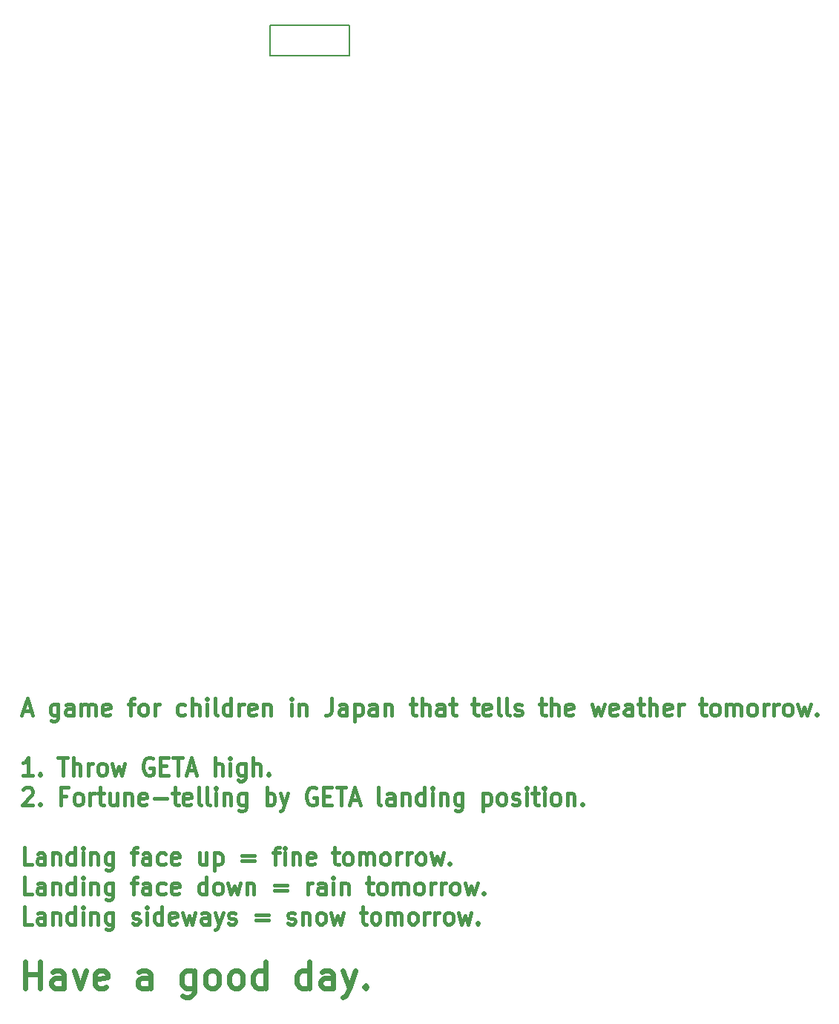
<source format=gbr>
G04 #@! TF.GenerationSoftware,KiCad,Pcbnew,(5.1.5)-3*
G04 #@! TF.CreationDate,2021-03-06T02:21:54+09:00*
G04 #@! TF.ProjectId,Getta25,47657474-6132-4352-9e6b-696361645f70,rev?*
G04 #@! TF.SameCoordinates,Original*
G04 #@! TF.FileFunction,Legend,Top*
G04 #@! TF.FilePolarity,Positive*
%FSLAX46Y46*%
G04 Gerber Fmt 4.6, Leading zero omitted, Abs format (unit mm)*
G04 Created by KiCad (PCBNEW (5.1.5)-3) date 2021-03-06 02:21:54*
%MOMM*%
%LPD*%
G04 APERTURE LIST*
%ADD10C,0.600000*%
%ADD11C,0.400000*%
%ADD12C,0.150000*%
G04 APERTURE END LIST*
D10*
X31071428Y-122607142D02*
X31071428Y-119607142D01*
X31071428Y-121035714D02*
X32785714Y-121035714D01*
X32785714Y-122607142D02*
X32785714Y-119607142D01*
X35500000Y-122607142D02*
X35500000Y-121035714D01*
X35357142Y-120750000D01*
X35071428Y-120607142D01*
X34500000Y-120607142D01*
X34214285Y-120750000D01*
X35500000Y-122464285D02*
X35214285Y-122607142D01*
X34500000Y-122607142D01*
X34214285Y-122464285D01*
X34071428Y-122178571D01*
X34071428Y-121892857D01*
X34214285Y-121607142D01*
X34500000Y-121464285D01*
X35214285Y-121464285D01*
X35500000Y-121321428D01*
X36642857Y-120607142D02*
X37357142Y-122607142D01*
X38071428Y-120607142D01*
X40357142Y-122464285D02*
X40071428Y-122607142D01*
X39500000Y-122607142D01*
X39214285Y-122464285D01*
X39071428Y-122178571D01*
X39071428Y-121035714D01*
X39214285Y-120750000D01*
X39500000Y-120607142D01*
X40071428Y-120607142D01*
X40357142Y-120750000D01*
X40500000Y-121035714D01*
X40500000Y-121321428D01*
X39071428Y-121607142D01*
X45357142Y-122607142D02*
X45357142Y-121035714D01*
X45214285Y-120750000D01*
X44928571Y-120607142D01*
X44357142Y-120607142D01*
X44071428Y-120750000D01*
X45357142Y-122464285D02*
X45071428Y-122607142D01*
X44357142Y-122607142D01*
X44071428Y-122464285D01*
X43928571Y-122178571D01*
X43928571Y-121892857D01*
X44071428Y-121607142D01*
X44357142Y-121464285D01*
X45071428Y-121464285D01*
X45357142Y-121321428D01*
X50357142Y-120607142D02*
X50357142Y-123035714D01*
X50214285Y-123321428D01*
X50071428Y-123464285D01*
X49785714Y-123607142D01*
X49357142Y-123607142D01*
X49071428Y-123464285D01*
X50357142Y-122464285D02*
X50071428Y-122607142D01*
X49500000Y-122607142D01*
X49214285Y-122464285D01*
X49071428Y-122321428D01*
X48928571Y-122035714D01*
X48928571Y-121178571D01*
X49071428Y-120892857D01*
X49214285Y-120750000D01*
X49500000Y-120607142D01*
X50071428Y-120607142D01*
X50357142Y-120750000D01*
X52214285Y-122607142D02*
X51928571Y-122464285D01*
X51785714Y-122321428D01*
X51642857Y-122035714D01*
X51642857Y-121178571D01*
X51785714Y-120892857D01*
X51928571Y-120750000D01*
X52214285Y-120607142D01*
X52642857Y-120607142D01*
X52928571Y-120750000D01*
X53071428Y-120892857D01*
X53214285Y-121178571D01*
X53214285Y-122035714D01*
X53071428Y-122321428D01*
X52928571Y-122464285D01*
X52642857Y-122607142D01*
X52214285Y-122607142D01*
X54928571Y-122607142D02*
X54642857Y-122464285D01*
X54500000Y-122321428D01*
X54357142Y-122035714D01*
X54357142Y-121178571D01*
X54500000Y-120892857D01*
X54642857Y-120750000D01*
X54928571Y-120607142D01*
X55357142Y-120607142D01*
X55642857Y-120750000D01*
X55785714Y-120892857D01*
X55928571Y-121178571D01*
X55928571Y-122035714D01*
X55785714Y-122321428D01*
X55642857Y-122464285D01*
X55357142Y-122607142D01*
X54928571Y-122607142D01*
X58500000Y-122607142D02*
X58500000Y-119607142D01*
X58500000Y-122464285D02*
X58214285Y-122607142D01*
X57642857Y-122607142D01*
X57357142Y-122464285D01*
X57214285Y-122321428D01*
X57071428Y-122035714D01*
X57071428Y-121178571D01*
X57214285Y-120892857D01*
X57357142Y-120750000D01*
X57642857Y-120607142D01*
X58214285Y-120607142D01*
X58500000Y-120750000D01*
X63499999Y-122607142D02*
X63499999Y-119607142D01*
X63499999Y-122464285D02*
X63214285Y-122607142D01*
X62642857Y-122607142D01*
X62357142Y-122464285D01*
X62214285Y-122321428D01*
X62071428Y-122035714D01*
X62071428Y-121178571D01*
X62214285Y-120892857D01*
X62357142Y-120750000D01*
X62642857Y-120607142D01*
X63214285Y-120607142D01*
X63499999Y-120750000D01*
X66214285Y-122607142D02*
X66214285Y-121035714D01*
X66071428Y-120750000D01*
X65785714Y-120607142D01*
X65214285Y-120607142D01*
X64928571Y-120750000D01*
X66214285Y-122464285D02*
X65928571Y-122607142D01*
X65214285Y-122607142D01*
X64928571Y-122464285D01*
X64785714Y-122178571D01*
X64785714Y-121892857D01*
X64928571Y-121607142D01*
X65214285Y-121464285D01*
X65928571Y-121464285D01*
X66214285Y-121321428D01*
X67357142Y-120607142D02*
X68071428Y-122607142D01*
X68785714Y-120607142D02*
X68071428Y-122607142D01*
X67785714Y-123321428D01*
X67642857Y-123464285D01*
X67357142Y-123607142D01*
X69928571Y-122321428D02*
X70071428Y-122464285D01*
X69928571Y-122607142D01*
X69785714Y-122464285D01*
X69928571Y-122321428D01*
X69928571Y-122607142D01*
D11*
X30871904Y-90933333D02*
X31776666Y-90933333D01*
X30690952Y-91504761D02*
X31324285Y-89504761D01*
X31957619Y-91504761D01*
X34852857Y-90171428D02*
X34852857Y-91790476D01*
X34762380Y-91980952D01*
X34671904Y-92076190D01*
X34490952Y-92171428D01*
X34219523Y-92171428D01*
X34038571Y-92076190D01*
X34852857Y-91409523D02*
X34671904Y-91504761D01*
X34310000Y-91504761D01*
X34129047Y-91409523D01*
X34038571Y-91314285D01*
X33948095Y-91123809D01*
X33948095Y-90552380D01*
X34038571Y-90361904D01*
X34129047Y-90266666D01*
X34310000Y-90171428D01*
X34671904Y-90171428D01*
X34852857Y-90266666D01*
X36571904Y-91504761D02*
X36571904Y-90457142D01*
X36481428Y-90266666D01*
X36300476Y-90171428D01*
X35938571Y-90171428D01*
X35757619Y-90266666D01*
X36571904Y-91409523D02*
X36390952Y-91504761D01*
X35938571Y-91504761D01*
X35757619Y-91409523D01*
X35667142Y-91219047D01*
X35667142Y-91028571D01*
X35757619Y-90838095D01*
X35938571Y-90742857D01*
X36390952Y-90742857D01*
X36571904Y-90647619D01*
X37476666Y-91504761D02*
X37476666Y-90171428D01*
X37476666Y-90361904D02*
X37567142Y-90266666D01*
X37748095Y-90171428D01*
X38019523Y-90171428D01*
X38200476Y-90266666D01*
X38290952Y-90457142D01*
X38290952Y-91504761D01*
X38290952Y-90457142D02*
X38381428Y-90266666D01*
X38562380Y-90171428D01*
X38833809Y-90171428D01*
X39014761Y-90266666D01*
X39105238Y-90457142D01*
X39105238Y-91504761D01*
X40733809Y-91409523D02*
X40552857Y-91504761D01*
X40190952Y-91504761D01*
X40010000Y-91409523D01*
X39919523Y-91219047D01*
X39919523Y-90457142D01*
X40010000Y-90266666D01*
X40190952Y-90171428D01*
X40552857Y-90171428D01*
X40733809Y-90266666D01*
X40824285Y-90457142D01*
X40824285Y-90647619D01*
X39919523Y-90838095D01*
X42814761Y-90171428D02*
X43538571Y-90171428D01*
X43086190Y-91504761D02*
X43086190Y-89790476D01*
X43176666Y-89600000D01*
X43357619Y-89504761D01*
X43538571Y-89504761D01*
X44443333Y-91504761D02*
X44262380Y-91409523D01*
X44171904Y-91314285D01*
X44081428Y-91123809D01*
X44081428Y-90552380D01*
X44171904Y-90361904D01*
X44262380Y-90266666D01*
X44443333Y-90171428D01*
X44714761Y-90171428D01*
X44895714Y-90266666D01*
X44986190Y-90361904D01*
X45076666Y-90552380D01*
X45076666Y-91123809D01*
X44986190Y-91314285D01*
X44895714Y-91409523D01*
X44714761Y-91504761D01*
X44443333Y-91504761D01*
X45890952Y-91504761D02*
X45890952Y-90171428D01*
X45890952Y-90552380D02*
X45981428Y-90361904D01*
X46071904Y-90266666D01*
X46252857Y-90171428D01*
X46433809Y-90171428D01*
X49329047Y-91409523D02*
X49148095Y-91504761D01*
X48786190Y-91504761D01*
X48605238Y-91409523D01*
X48514761Y-91314285D01*
X48424285Y-91123809D01*
X48424285Y-90552380D01*
X48514761Y-90361904D01*
X48605238Y-90266666D01*
X48786190Y-90171428D01*
X49148095Y-90171428D01*
X49329047Y-90266666D01*
X50143333Y-91504761D02*
X50143333Y-89504761D01*
X50957619Y-91504761D02*
X50957619Y-90457142D01*
X50867142Y-90266666D01*
X50686190Y-90171428D01*
X50414761Y-90171428D01*
X50233809Y-90266666D01*
X50143333Y-90361904D01*
X51862380Y-91504761D02*
X51862380Y-90171428D01*
X51862380Y-89504761D02*
X51771904Y-89600000D01*
X51862380Y-89695238D01*
X51952857Y-89600000D01*
X51862380Y-89504761D01*
X51862380Y-89695238D01*
X53038571Y-91504761D02*
X52857619Y-91409523D01*
X52767142Y-91219047D01*
X52767142Y-89504761D01*
X54576666Y-91504761D02*
X54576666Y-89504761D01*
X54576666Y-91409523D02*
X54395714Y-91504761D01*
X54033809Y-91504761D01*
X53852857Y-91409523D01*
X53762380Y-91314285D01*
X53671904Y-91123809D01*
X53671904Y-90552380D01*
X53762380Y-90361904D01*
X53852857Y-90266666D01*
X54033809Y-90171428D01*
X54395714Y-90171428D01*
X54576666Y-90266666D01*
X55481428Y-91504761D02*
X55481428Y-90171428D01*
X55481428Y-90552380D02*
X55571904Y-90361904D01*
X55662380Y-90266666D01*
X55843333Y-90171428D01*
X56024285Y-90171428D01*
X57381428Y-91409523D02*
X57200476Y-91504761D01*
X56838571Y-91504761D01*
X56657619Y-91409523D01*
X56567142Y-91219047D01*
X56567142Y-90457142D01*
X56657619Y-90266666D01*
X56838571Y-90171428D01*
X57200476Y-90171428D01*
X57381428Y-90266666D01*
X57471904Y-90457142D01*
X57471904Y-90647619D01*
X56567142Y-90838095D01*
X58286190Y-90171428D02*
X58286190Y-91504761D01*
X58286190Y-90361904D02*
X58376666Y-90266666D01*
X58557619Y-90171428D01*
X58829047Y-90171428D01*
X59010000Y-90266666D01*
X59100476Y-90457142D01*
X59100476Y-91504761D01*
X61452857Y-91504761D02*
X61452857Y-90171428D01*
X61452857Y-89504761D02*
X61362380Y-89600000D01*
X61452857Y-89695238D01*
X61543333Y-89600000D01*
X61452857Y-89504761D01*
X61452857Y-89695238D01*
X62357619Y-90171428D02*
X62357619Y-91504761D01*
X62357619Y-90361904D02*
X62448095Y-90266666D01*
X62629047Y-90171428D01*
X62900476Y-90171428D01*
X63081428Y-90266666D01*
X63171904Y-90457142D01*
X63171904Y-91504761D01*
X66067142Y-89504761D02*
X66067142Y-90933333D01*
X65976666Y-91219047D01*
X65795714Y-91409523D01*
X65524285Y-91504761D01*
X65343333Y-91504761D01*
X67786190Y-91504761D02*
X67786190Y-90457142D01*
X67695714Y-90266666D01*
X67514761Y-90171428D01*
X67152857Y-90171428D01*
X66971904Y-90266666D01*
X67786190Y-91409523D02*
X67605238Y-91504761D01*
X67152857Y-91504761D01*
X66971904Y-91409523D01*
X66881428Y-91219047D01*
X66881428Y-91028571D01*
X66971904Y-90838095D01*
X67152857Y-90742857D01*
X67605238Y-90742857D01*
X67786190Y-90647619D01*
X68690952Y-90171428D02*
X68690952Y-92171428D01*
X68690952Y-90266666D02*
X68871904Y-90171428D01*
X69233809Y-90171428D01*
X69414761Y-90266666D01*
X69505238Y-90361904D01*
X69595714Y-90552380D01*
X69595714Y-91123809D01*
X69505238Y-91314285D01*
X69414761Y-91409523D01*
X69233809Y-91504761D01*
X68871904Y-91504761D01*
X68690952Y-91409523D01*
X71224285Y-91504761D02*
X71224285Y-90457142D01*
X71133809Y-90266666D01*
X70952857Y-90171428D01*
X70590952Y-90171428D01*
X70410000Y-90266666D01*
X71224285Y-91409523D02*
X71043333Y-91504761D01*
X70590952Y-91504761D01*
X70410000Y-91409523D01*
X70319523Y-91219047D01*
X70319523Y-91028571D01*
X70410000Y-90838095D01*
X70590952Y-90742857D01*
X71043333Y-90742857D01*
X71224285Y-90647619D01*
X72129047Y-90171428D02*
X72129047Y-91504761D01*
X72129047Y-90361904D02*
X72219523Y-90266666D01*
X72400476Y-90171428D01*
X72671904Y-90171428D01*
X72852857Y-90266666D01*
X72943333Y-90457142D01*
X72943333Y-91504761D01*
X75024285Y-90171428D02*
X75748095Y-90171428D01*
X75295714Y-89504761D02*
X75295714Y-91219047D01*
X75386190Y-91409523D01*
X75567142Y-91504761D01*
X75748095Y-91504761D01*
X76381428Y-91504761D02*
X76381428Y-89504761D01*
X77195714Y-91504761D02*
X77195714Y-90457142D01*
X77105238Y-90266666D01*
X76924285Y-90171428D01*
X76652857Y-90171428D01*
X76471904Y-90266666D01*
X76381428Y-90361904D01*
X78914761Y-91504761D02*
X78914761Y-90457142D01*
X78824285Y-90266666D01*
X78643333Y-90171428D01*
X78281428Y-90171428D01*
X78100476Y-90266666D01*
X78914761Y-91409523D02*
X78733809Y-91504761D01*
X78281428Y-91504761D01*
X78100476Y-91409523D01*
X78010000Y-91219047D01*
X78010000Y-91028571D01*
X78100476Y-90838095D01*
X78281428Y-90742857D01*
X78733809Y-90742857D01*
X78914761Y-90647619D01*
X79548095Y-90171428D02*
X80271904Y-90171428D01*
X79819523Y-89504761D02*
X79819523Y-91219047D01*
X79910000Y-91409523D01*
X80090952Y-91504761D01*
X80271904Y-91504761D01*
X82081428Y-90171428D02*
X82805238Y-90171428D01*
X82352857Y-89504761D02*
X82352857Y-91219047D01*
X82443333Y-91409523D01*
X82624285Y-91504761D01*
X82805238Y-91504761D01*
X84162380Y-91409523D02*
X83981428Y-91504761D01*
X83619523Y-91504761D01*
X83438571Y-91409523D01*
X83348095Y-91219047D01*
X83348095Y-90457142D01*
X83438571Y-90266666D01*
X83619523Y-90171428D01*
X83981428Y-90171428D01*
X84162380Y-90266666D01*
X84252857Y-90457142D01*
X84252857Y-90647619D01*
X83348095Y-90838095D01*
X85338571Y-91504761D02*
X85157619Y-91409523D01*
X85067142Y-91219047D01*
X85067142Y-89504761D01*
X86333809Y-91504761D02*
X86152857Y-91409523D01*
X86062380Y-91219047D01*
X86062380Y-89504761D01*
X86967142Y-91409523D02*
X87148095Y-91504761D01*
X87509999Y-91504761D01*
X87690952Y-91409523D01*
X87781428Y-91219047D01*
X87781428Y-91123809D01*
X87690952Y-90933333D01*
X87509999Y-90838095D01*
X87238571Y-90838095D01*
X87057619Y-90742857D01*
X86967142Y-90552380D01*
X86967142Y-90457142D01*
X87057619Y-90266666D01*
X87238571Y-90171428D01*
X87509999Y-90171428D01*
X87690952Y-90266666D01*
X89771904Y-90171428D02*
X90495714Y-90171428D01*
X90043333Y-89504761D02*
X90043333Y-91219047D01*
X90133809Y-91409523D01*
X90314761Y-91504761D01*
X90495714Y-91504761D01*
X91129047Y-91504761D02*
X91129047Y-89504761D01*
X91943333Y-91504761D02*
X91943333Y-90457142D01*
X91852857Y-90266666D01*
X91671904Y-90171428D01*
X91400476Y-90171428D01*
X91219523Y-90266666D01*
X91129047Y-90361904D01*
X93571904Y-91409523D02*
X93390952Y-91504761D01*
X93029047Y-91504761D01*
X92848095Y-91409523D01*
X92757619Y-91219047D01*
X92757619Y-90457142D01*
X92848095Y-90266666D01*
X93029047Y-90171428D01*
X93390952Y-90171428D01*
X93571904Y-90266666D01*
X93662380Y-90457142D01*
X93662380Y-90647619D01*
X92757619Y-90838095D01*
X95743333Y-90171428D02*
X96105238Y-91504761D01*
X96467142Y-90552380D01*
X96829047Y-91504761D01*
X97190952Y-90171428D01*
X98638571Y-91409523D02*
X98457619Y-91504761D01*
X98095714Y-91504761D01*
X97914761Y-91409523D01*
X97824285Y-91219047D01*
X97824285Y-90457142D01*
X97914761Y-90266666D01*
X98095714Y-90171428D01*
X98457619Y-90171428D01*
X98638571Y-90266666D01*
X98729047Y-90457142D01*
X98729047Y-90647619D01*
X97824285Y-90838095D01*
X100357619Y-91504761D02*
X100357619Y-90457142D01*
X100267142Y-90266666D01*
X100086190Y-90171428D01*
X99724285Y-90171428D01*
X99543333Y-90266666D01*
X100357619Y-91409523D02*
X100176666Y-91504761D01*
X99724285Y-91504761D01*
X99543333Y-91409523D01*
X99452857Y-91219047D01*
X99452857Y-91028571D01*
X99543333Y-90838095D01*
X99724285Y-90742857D01*
X100176666Y-90742857D01*
X100357619Y-90647619D01*
X100990952Y-90171428D02*
X101714761Y-90171428D01*
X101262380Y-89504761D02*
X101262380Y-91219047D01*
X101352857Y-91409523D01*
X101533809Y-91504761D01*
X101714761Y-91504761D01*
X102348095Y-91504761D02*
X102348095Y-89504761D01*
X103162380Y-91504761D02*
X103162380Y-90457142D01*
X103071904Y-90266666D01*
X102890952Y-90171428D01*
X102619523Y-90171428D01*
X102438571Y-90266666D01*
X102348095Y-90361904D01*
X104790952Y-91409523D02*
X104609999Y-91504761D01*
X104248095Y-91504761D01*
X104067142Y-91409523D01*
X103976666Y-91219047D01*
X103976666Y-90457142D01*
X104067142Y-90266666D01*
X104248095Y-90171428D01*
X104609999Y-90171428D01*
X104790952Y-90266666D01*
X104881428Y-90457142D01*
X104881428Y-90647619D01*
X103976666Y-90838095D01*
X105695714Y-91504761D02*
X105695714Y-90171428D01*
X105695714Y-90552380D02*
X105786190Y-90361904D01*
X105876666Y-90266666D01*
X106057619Y-90171428D01*
X106238571Y-90171428D01*
X108048095Y-90171428D02*
X108771904Y-90171428D01*
X108319523Y-89504761D02*
X108319523Y-91219047D01*
X108409999Y-91409523D01*
X108590952Y-91504761D01*
X108771904Y-91504761D01*
X109676666Y-91504761D02*
X109495714Y-91409523D01*
X109405238Y-91314285D01*
X109314761Y-91123809D01*
X109314761Y-90552380D01*
X109405238Y-90361904D01*
X109495714Y-90266666D01*
X109676666Y-90171428D01*
X109948095Y-90171428D01*
X110129047Y-90266666D01*
X110219523Y-90361904D01*
X110309999Y-90552380D01*
X110309999Y-91123809D01*
X110219523Y-91314285D01*
X110129047Y-91409523D01*
X109948095Y-91504761D01*
X109676666Y-91504761D01*
X111124285Y-91504761D02*
X111124285Y-90171428D01*
X111124285Y-90361904D02*
X111214761Y-90266666D01*
X111395714Y-90171428D01*
X111667142Y-90171428D01*
X111848095Y-90266666D01*
X111938571Y-90457142D01*
X111938571Y-91504761D01*
X111938571Y-90457142D02*
X112029047Y-90266666D01*
X112209999Y-90171428D01*
X112481428Y-90171428D01*
X112662380Y-90266666D01*
X112752857Y-90457142D01*
X112752857Y-91504761D01*
X113929047Y-91504761D02*
X113748095Y-91409523D01*
X113657619Y-91314285D01*
X113567142Y-91123809D01*
X113567142Y-90552380D01*
X113657619Y-90361904D01*
X113748095Y-90266666D01*
X113929047Y-90171428D01*
X114200476Y-90171428D01*
X114381428Y-90266666D01*
X114471904Y-90361904D01*
X114562380Y-90552380D01*
X114562380Y-91123809D01*
X114471904Y-91314285D01*
X114381428Y-91409523D01*
X114200476Y-91504761D01*
X113929047Y-91504761D01*
X115376666Y-91504761D02*
X115376666Y-90171428D01*
X115376666Y-90552380D02*
X115467142Y-90361904D01*
X115557619Y-90266666D01*
X115738571Y-90171428D01*
X115919523Y-90171428D01*
X116552857Y-91504761D02*
X116552857Y-90171428D01*
X116552857Y-90552380D02*
X116643333Y-90361904D01*
X116733809Y-90266666D01*
X116914761Y-90171428D01*
X117095714Y-90171428D01*
X118000476Y-91504761D02*
X117819523Y-91409523D01*
X117729047Y-91314285D01*
X117638571Y-91123809D01*
X117638571Y-90552380D01*
X117729047Y-90361904D01*
X117819523Y-90266666D01*
X118000476Y-90171428D01*
X118271904Y-90171428D01*
X118452857Y-90266666D01*
X118543333Y-90361904D01*
X118633809Y-90552380D01*
X118633809Y-91123809D01*
X118543333Y-91314285D01*
X118452857Y-91409523D01*
X118271904Y-91504761D01*
X118000476Y-91504761D01*
X119267142Y-90171428D02*
X119629047Y-91504761D01*
X119990952Y-90552380D01*
X120352857Y-91504761D01*
X120714761Y-90171428D01*
X121438571Y-91314285D02*
X121529047Y-91409523D01*
X121438571Y-91504761D01*
X121348095Y-91409523D01*
X121438571Y-91314285D01*
X121438571Y-91504761D01*
X31957619Y-98304761D02*
X30871904Y-98304761D01*
X31414761Y-98304761D02*
X31414761Y-96304761D01*
X31233809Y-96590476D01*
X31052857Y-96780952D01*
X30871904Y-96876190D01*
X32771904Y-98114285D02*
X32862380Y-98209523D01*
X32771904Y-98304761D01*
X32681428Y-98209523D01*
X32771904Y-98114285D01*
X32771904Y-98304761D01*
X34852857Y-96304761D02*
X35938571Y-96304761D01*
X35395714Y-98304761D02*
X35395714Y-96304761D01*
X36571904Y-98304761D02*
X36571904Y-96304761D01*
X37386190Y-98304761D02*
X37386190Y-97257142D01*
X37295714Y-97066666D01*
X37114761Y-96971428D01*
X36843333Y-96971428D01*
X36662380Y-97066666D01*
X36571904Y-97161904D01*
X38290952Y-98304761D02*
X38290952Y-96971428D01*
X38290952Y-97352380D02*
X38381428Y-97161904D01*
X38471904Y-97066666D01*
X38652857Y-96971428D01*
X38833809Y-96971428D01*
X39738571Y-98304761D02*
X39557619Y-98209523D01*
X39467142Y-98114285D01*
X39376666Y-97923809D01*
X39376666Y-97352380D01*
X39467142Y-97161904D01*
X39557619Y-97066666D01*
X39738571Y-96971428D01*
X40010000Y-96971428D01*
X40190952Y-97066666D01*
X40281428Y-97161904D01*
X40371904Y-97352380D01*
X40371904Y-97923809D01*
X40281428Y-98114285D01*
X40190952Y-98209523D01*
X40010000Y-98304761D01*
X39738571Y-98304761D01*
X41005238Y-96971428D02*
X41367142Y-98304761D01*
X41729047Y-97352380D01*
X42090952Y-98304761D01*
X42452857Y-96971428D01*
X45619523Y-96400000D02*
X45438571Y-96304761D01*
X45167142Y-96304761D01*
X44895714Y-96400000D01*
X44714761Y-96590476D01*
X44624285Y-96780952D01*
X44533809Y-97161904D01*
X44533809Y-97447619D01*
X44624285Y-97828571D01*
X44714761Y-98019047D01*
X44895714Y-98209523D01*
X45167142Y-98304761D01*
X45348095Y-98304761D01*
X45619523Y-98209523D01*
X45710000Y-98114285D01*
X45710000Y-97447619D01*
X45348095Y-97447619D01*
X46524285Y-97257142D02*
X47157619Y-97257142D01*
X47429047Y-98304761D02*
X46524285Y-98304761D01*
X46524285Y-96304761D01*
X47429047Y-96304761D01*
X47971904Y-96304761D02*
X49057619Y-96304761D01*
X48514761Y-98304761D02*
X48514761Y-96304761D01*
X49600476Y-97733333D02*
X50505238Y-97733333D01*
X49419523Y-98304761D02*
X50052857Y-96304761D01*
X50686190Y-98304761D01*
X52767142Y-98304761D02*
X52767142Y-96304761D01*
X53581428Y-98304761D02*
X53581428Y-97257142D01*
X53490952Y-97066666D01*
X53310000Y-96971428D01*
X53038571Y-96971428D01*
X52857619Y-97066666D01*
X52767142Y-97161904D01*
X54486190Y-98304761D02*
X54486190Y-96971428D01*
X54486190Y-96304761D02*
X54395714Y-96400000D01*
X54486190Y-96495238D01*
X54576666Y-96400000D01*
X54486190Y-96304761D01*
X54486190Y-96495238D01*
X56205238Y-96971428D02*
X56205238Y-98590476D01*
X56114761Y-98780952D01*
X56024285Y-98876190D01*
X55843333Y-98971428D01*
X55571904Y-98971428D01*
X55390952Y-98876190D01*
X56205238Y-98209523D02*
X56024285Y-98304761D01*
X55662380Y-98304761D01*
X55481428Y-98209523D01*
X55390952Y-98114285D01*
X55300476Y-97923809D01*
X55300476Y-97352380D01*
X55390952Y-97161904D01*
X55481428Y-97066666D01*
X55662380Y-96971428D01*
X56024285Y-96971428D01*
X56205238Y-97066666D01*
X57110000Y-98304761D02*
X57110000Y-96304761D01*
X57924285Y-98304761D02*
X57924285Y-97257142D01*
X57833809Y-97066666D01*
X57652857Y-96971428D01*
X57381428Y-96971428D01*
X57200476Y-97066666D01*
X57110000Y-97161904D01*
X58829047Y-98114285D02*
X58919523Y-98209523D01*
X58829047Y-98304761D01*
X58738571Y-98209523D01*
X58829047Y-98114285D01*
X58829047Y-98304761D01*
X30871904Y-99895238D02*
X30962380Y-99800000D01*
X31143333Y-99704761D01*
X31595714Y-99704761D01*
X31776666Y-99800000D01*
X31867142Y-99895238D01*
X31957619Y-100085714D01*
X31957619Y-100276190D01*
X31867142Y-100561904D01*
X30781428Y-101704761D01*
X31957619Y-101704761D01*
X32771904Y-101514285D02*
X32862380Y-101609523D01*
X32771904Y-101704761D01*
X32681428Y-101609523D01*
X32771904Y-101514285D01*
X32771904Y-101704761D01*
X35757619Y-100657142D02*
X35124285Y-100657142D01*
X35124285Y-101704761D02*
X35124285Y-99704761D01*
X36029047Y-99704761D01*
X37024285Y-101704761D02*
X36843333Y-101609523D01*
X36752857Y-101514285D01*
X36662380Y-101323809D01*
X36662380Y-100752380D01*
X36752857Y-100561904D01*
X36843333Y-100466666D01*
X37024285Y-100371428D01*
X37295714Y-100371428D01*
X37476666Y-100466666D01*
X37567142Y-100561904D01*
X37657619Y-100752380D01*
X37657619Y-101323809D01*
X37567142Y-101514285D01*
X37476666Y-101609523D01*
X37295714Y-101704761D01*
X37024285Y-101704761D01*
X38471904Y-101704761D02*
X38471904Y-100371428D01*
X38471904Y-100752380D02*
X38562380Y-100561904D01*
X38652857Y-100466666D01*
X38833809Y-100371428D01*
X39014761Y-100371428D01*
X39376666Y-100371428D02*
X40100476Y-100371428D01*
X39648095Y-99704761D02*
X39648095Y-101419047D01*
X39738571Y-101609523D01*
X39919523Y-101704761D01*
X40100476Y-101704761D01*
X41548095Y-100371428D02*
X41548095Y-101704761D01*
X40733809Y-100371428D02*
X40733809Y-101419047D01*
X40824285Y-101609523D01*
X41005238Y-101704761D01*
X41276666Y-101704761D01*
X41457619Y-101609523D01*
X41548095Y-101514285D01*
X42452857Y-100371428D02*
X42452857Y-101704761D01*
X42452857Y-100561904D02*
X42543333Y-100466666D01*
X42724285Y-100371428D01*
X42995714Y-100371428D01*
X43176666Y-100466666D01*
X43267142Y-100657142D01*
X43267142Y-101704761D01*
X44895714Y-101609523D02*
X44714761Y-101704761D01*
X44352857Y-101704761D01*
X44171904Y-101609523D01*
X44081428Y-101419047D01*
X44081428Y-100657142D01*
X44171904Y-100466666D01*
X44352857Y-100371428D01*
X44714761Y-100371428D01*
X44895714Y-100466666D01*
X44986190Y-100657142D01*
X44986190Y-100847619D01*
X44081428Y-101038095D01*
X45800476Y-100942857D02*
X47248095Y-100942857D01*
X47881428Y-100371428D02*
X48605238Y-100371428D01*
X48152857Y-99704761D02*
X48152857Y-101419047D01*
X48243333Y-101609523D01*
X48424285Y-101704761D01*
X48605238Y-101704761D01*
X49962380Y-101609523D02*
X49781428Y-101704761D01*
X49419523Y-101704761D01*
X49238571Y-101609523D01*
X49148095Y-101419047D01*
X49148095Y-100657142D01*
X49238571Y-100466666D01*
X49419523Y-100371428D01*
X49781428Y-100371428D01*
X49962380Y-100466666D01*
X50052857Y-100657142D01*
X50052857Y-100847619D01*
X49148095Y-101038095D01*
X51138571Y-101704761D02*
X50957619Y-101609523D01*
X50867142Y-101419047D01*
X50867142Y-99704761D01*
X52133809Y-101704761D02*
X51952857Y-101609523D01*
X51862380Y-101419047D01*
X51862380Y-99704761D01*
X52857619Y-101704761D02*
X52857619Y-100371428D01*
X52857619Y-99704761D02*
X52767142Y-99800000D01*
X52857619Y-99895238D01*
X52948095Y-99800000D01*
X52857619Y-99704761D01*
X52857619Y-99895238D01*
X53762380Y-100371428D02*
X53762380Y-101704761D01*
X53762380Y-100561904D02*
X53852857Y-100466666D01*
X54033809Y-100371428D01*
X54305238Y-100371428D01*
X54486190Y-100466666D01*
X54576666Y-100657142D01*
X54576666Y-101704761D01*
X56295714Y-100371428D02*
X56295714Y-101990476D01*
X56205238Y-102180952D01*
X56114761Y-102276190D01*
X55933809Y-102371428D01*
X55662380Y-102371428D01*
X55481428Y-102276190D01*
X56295714Y-101609523D02*
X56114761Y-101704761D01*
X55752857Y-101704761D01*
X55571904Y-101609523D01*
X55481428Y-101514285D01*
X55390952Y-101323809D01*
X55390952Y-100752380D01*
X55481428Y-100561904D01*
X55571904Y-100466666D01*
X55752857Y-100371428D01*
X56114761Y-100371428D01*
X56295714Y-100466666D01*
X58648095Y-101704761D02*
X58648095Y-99704761D01*
X58648095Y-100466666D02*
X58829047Y-100371428D01*
X59190952Y-100371428D01*
X59371904Y-100466666D01*
X59462380Y-100561904D01*
X59552857Y-100752380D01*
X59552857Y-101323809D01*
X59462380Y-101514285D01*
X59371904Y-101609523D01*
X59190952Y-101704761D01*
X58829047Y-101704761D01*
X58648095Y-101609523D01*
X60186190Y-100371428D02*
X60638571Y-101704761D01*
X61090952Y-100371428D02*
X60638571Y-101704761D01*
X60457619Y-102180952D01*
X60367142Y-102276190D01*
X60186190Y-102371428D01*
X64257619Y-99800000D02*
X64076666Y-99704761D01*
X63805238Y-99704761D01*
X63533809Y-99800000D01*
X63352857Y-99990476D01*
X63262380Y-100180952D01*
X63171904Y-100561904D01*
X63171904Y-100847619D01*
X63262380Y-101228571D01*
X63352857Y-101419047D01*
X63533809Y-101609523D01*
X63805238Y-101704761D01*
X63986190Y-101704761D01*
X64257619Y-101609523D01*
X64348095Y-101514285D01*
X64348095Y-100847619D01*
X63986190Y-100847619D01*
X65162380Y-100657142D02*
X65795714Y-100657142D01*
X66067142Y-101704761D02*
X65162380Y-101704761D01*
X65162380Y-99704761D01*
X66067142Y-99704761D01*
X66610000Y-99704761D02*
X67695714Y-99704761D01*
X67152857Y-101704761D02*
X67152857Y-99704761D01*
X68238571Y-101133333D02*
X69143333Y-101133333D01*
X68057619Y-101704761D02*
X68690952Y-99704761D01*
X69324285Y-101704761D01*
X71676666Y-101704761D02*
X71495714Y-101609523D01*
X71405238Y-101419047D01*
X71405238Y-99704761D01*
X73214761Y-101704761D02*
X73214761Y-100657142D01*
X73124285Y-100466666D01*
X72943333Y-100371428D01*
X72581428Y-100371428D01*
X72400476Y-100466666D01*
X73214761Y-101609523D02*
X73033809Y-101704761D01*
X72581428Y-101704761D01*
X72400476Y-101609523D01*
X72310000Y-101419047D01*
X72310000Y-101228571D01*
X72400476Y-101038095D01*
X72581428Y-100942857D01*
X73033809Y-100942857D01*
X73214761Y-100847619D01*
X74119523Y-100371428D02*
X74119523Y-101704761D01*
X74119523Y-100561904D02*
X74210000Y-100466666D01*
X74390952Y-100371428D01*
X74662380Y-100371428D01*
X74843333Y-100466666D01*
X74933809Y-100657142D01*
X74933809Y-101704761D01*
X76652857Y-101704761D02*
X76652857Y-99704761D01*
X76652857Y-101609523D02*
X76471904Y-101704761D01*
X76110000Y-101704761D01*
X75929047Y-101609523D01*
X75838571Y-101514285D01*
X75748095Y-101323809D01*
X75748095Y-100752380D01*
X75838571Y-100561904D01*
X75929047Y-100466666D01*
X76110000Y-100371428D01*
X76471904Y-100371428D01*
X76652857Y-100466666D01*
X77557619Y-101704761D02*
X77557619Y-100371428D01*
X77557619Y-99704761D02*
X77467142Y-99800000D01*
X77557619Y-99895238D01*
X77648095Y-99800000D01*
X77557619Y-99704761D01*
X77557619Y-99895238D01*
X78462380Y-100371428D02*
X78462380Y-101704761D01*
X78462380Y-100561904D02*
X78552857Y-100466666D01*
X78733809Y-100371428D01*
X79005238Y-100371428D01*
X79186190Y-100466666D01*
X79276666Y-100657142D01*
X79276666Y-101704761D01*
X80995714Y-100371428D02*
X80995714Y-101990476D01*
X80905238Y-102180952D01*
X80814761Y-102276190D01*
X80633809Y-102371428D01*
X80362380Y-102371428D01*
X80181428Y-102276190D01*
X80995714Y-101609523D02*
X80814761Y-101704761D01*
X80452857Y-101704761D01*
X80271904Y-101609523D01*
X80181428Y-101514285D01*
X80090952Y-101323809D01*
X80090952Y-100752380D01*
X80181428Y-100561904D01*
X80271904Y-100466666D01*
X80452857Y-100371428D01*
X80814761Y-100371428D01*
X80995714Y-100466666D01*
X83348095Y-100371428D02*
X83348095Y-102371428D01*
X83348095Y-100466666D02*
X83529047Y-100371428D01*
X83890952Y-100371428D01*
X84071904Y-100466666D01*
X84162380Y-100561904D01*
X84252857Y-100752380D01*
X84252857Y-101323809D01*
X84162380Y-101514285D01*
X84071904Y-101609523D01*
X83890952Y-101704761D01*
X83529047Y-101704761D01*
X83348095Y-101609523D01*
X85338571Y-101704761D02*
X85157619Y-101609523D01*
X85067142Y-101514285D01*
X84976666Y-101323809D01*
X84976666Y-100752380D01*
X85067142Y-100561904D01*
X85157619Y-100466666D01*
X85338571Y-100371428D01*
X85610000Y-100371428D01*
X85790952Y-100466666D01*
X85881428Y-100561904D01*
X85971904Y-100752380D01*
X85971904Y-101323809D01*
X85881428Y-101514285D01*
X85790952Y-101609523D01*
X85610000Y-101704761D01*
X85338571Y-101704761D01*
X86695714Y-101609523D02*
X86876666Y-101704761D01*
X87238571Y-101704761D01*
X87419523Y-101609523D01*
X87510000Y-101419047D01*
X87510000Y-101323809D01*
X87419523Y-101133333D01*
X87238571Y-101038095D01*
X86967142Y-101038095D01*
X86786190Y-100942857D01*
X86695714Y-100752380D01*
X86695714Y-100657142D01*
X86786190Y-100466666D01*
X86967142Y-100371428D01*
X87238571Y-100371428D01*
X87419523Y-100466666D01*
X88324285Y-101704761D02*
X88324285Y-100371428D01*
X88324285Y-99704761D02*
X88233809Y-99800000D01*
X88324285Y-99895238D01*
X88414761Y-99800000D01*
X88324285Y-99704761D01*
X88324285Y-99895238D01*
X88957619Y-100371428D02*
X89681428Y-100371428D01*
X89229047Y-99704761D02*
X89229047Y-101419047D01*
X89319523Y-101609523D01*
X89500476Y-101704761D01*
X89681428Y-101704761D01*
X90314761Y-101704761D02*
X90314761Y-100371428D01*
X90314761Y-99704761D02*
X90224285Y-99800000D01*
X90314761Y-99895238D01*
X90405238Y-99800000D01*
X90314761Y-99704761D01*
X90314761Y-99895238D01*
X91490952Y-101704761D02*
X91309999Y-101609523D01*
X91219523Y-101514285D01*
X91129047Y-101323809D01*
X91129047Y-100752380D01*
X91219523Y-100561904D01*
X91309999Y-100466666D01*
X91490952Y-100371428D01*
X91762380Y-100371428D01*
X91943333Y-100466666D01*
X92033809Y-100561904D01*
X92124285Y-100752380D01*
X92124285Y-101323809D01*
X92033809Y-101514285D01*
X91943333Y-101609523D01*
X91762380Y-101704761D01*
X91490952Y-101704761D01*
X92938571Y-100371428D02*
X92938571Y-101704761D01*
X92938571Y-100561904D02*
X93029047Y-100466666D01*
X93209999Y-100371428D01*
X93481428Y-100371428D01*
X93662380Y-100466666D01*
X93752857Y-100657142D01*
X93752857Y-101704761D01*
X94657619Y-101514285D02*
X94748095Y-101609523D01*
X94657619Y-101704761D01*
X94567142Y-101609523D01*
X94657619Y-101514285D01*
X94657619Y-101704761D01*
X31867142Y-108504761D02*
X30962380Y-108504761D01*
X30962380Y-106504761D01*
X33314761Y-108504761D02*
X33314761Y-107457142D01*
X33224285Y-107266666D01*
X33043333Y-107171428D01*
X32681428Y-107171428D01*
X32500476Y-107266666D01*
X33314761Y-108409523D02*
X33133809Y-108504761D01*
X32681428Y-108504761D01*
X32500476Y-108409523D01*
X32410000Y-108219047D01*
X32410000Y-108028571D01*
X32500476Y-107838095D01*
X32681428Y-107742857D01*
X33133809Y-107742857D01*
X33314761Y-107647619D01*
X34219523Y-107171428D02*
X34219523Y-108504761D01*
X34219523Y-107361904D02*
X34310000Y-107266666D01*
X34490952Y-107171428D01*
X34762380Y-107171428D01*
X34943333Y-107266666D01*
X35033809Y-107457142D01*
X35033809Y-108504761D01*
X36752857Y-108504761D02*
X36752857Y-106504761D01*
X36752857Y-108409523D02*
X36571904Y-108504761D01*
X36210000Y-108504761D01*
X36029047Y-108409523D01*
X35938571Y-108314285D01*
X35848095Y-108123809D01*
X35848095Y-107552380D01*
X35938571Y-107361904D01*
X36029047Y-107266666D01*
X36210000Y-107171428D01*
X36571904Y-107171428D01*
X36752857Y-107266666D01*
X37657619Y-108504761D02*
X37657619Y-107171428D01*
X37657619Y-106504761D02*
X37567142Y-106600000D01*
X37657619Y-106695238D01*
X37748095Y-106600000D01*
X37657619Y-106504761D01*
X37657619Y-106695238D01*
X38562380Y-107171428D02*
X38562380Y-108504761D01*
X38562380Y-107361904D02*
X38652857Y-107266666D01*
X38833809Y-107171428D01*
X39105238Y-107171428D01*
X39286190Y-107266666D01*
X39376666Y-107457142D01*
X39376666Y-108504761D01*
X41095714Y-107171428D02*
X41095714Y-108790476D01*
X41005238Y-108980952D01*
X40914761Y-109076190D01*
X40733809Y-109171428D01*
X40462380Y-109171428D01*
X40281428Y-109076190D01*
X41095714Y-108409523D02*
X40914761Y-108504761D01*
X40552857Y-108504761D01*
X40371904Y-108409523D01*
X40281428Y-108314285D01*
X40190952Y-108123809D01*
X40190952Y-107552380D01*
X40281428Y-107361904D01*
X40371904Y-107266666D01*
X40552857Y-107171428D01*
X40914761Y-107171428D01*
X41095714Y-107266666D01*
X43176666Y-107171428D02*
X43900476Y-107171428D01*
X43448095Y-108504761D02*
X43448095Y-106790476D01*
X43538571Y-106600000D01*
X43719523Y-106504761D01*
X43900476Y-106504761D01*
X45348095Y-108504761D02*
X45348095Y-107457142D01*
X45257619Y-107266666D01*
X45076666Y-107171428D01*
X44714761Y-107171428D01*
X44533809Y-107266666D01*
X45348095Y-108409523D02*
X45167142Y-108504761D01*
X44714761Y-108504761D01*
X44533809Y-108409523D01*
X44443333Y-108219047D01*
X44443333Y-108028571D01*
X44533809Y-107838095D01*
X44714761Y-107742857D01*
X45167142Y-107742857D01*
X45348095Y-107647619D01*
X47067142Y-108409523D02*
X46886190Y-108504761D01*
X46524285Y-108504761D01*
X46343333Y-108409523D01*
X46252857Y-108314285D01*
X46162380Y-108123809D01*
X46162380Y-107552380D01*
X46252857Y-107361904D01*
X46343333Y-107266666D01*
X46524285Y-107171428D01*
X46886190Y-107171428D01*
X47067142Y-107266666D01*
X48605238Y-108409523D02*
X48424285Y-108504761D01*
X48062380Y-108504761D01*
X47881428Y-108409523D01*
X47790952Y-108219047D01*
X47790952Y-107457142D01*
X47881428Y-107266666D01*
X48062380Y-107171428D01*
X48424285Y-107171428D01*
X48605238Y-107266666D01*
X48695714Y-107457142D01*
X48695714Y-107647619D01*
X47790952Y-107838095D01*
X51771904Y-107171428D02*
X51771904Y-108504761D01*
X50957619Y-107171428D02*
X50957619Y-108219047D01*
X51048095Y-108409523D01*
X51229047Y-108504761D01*
X51500476Y-108504761D01*
X51681428Y-108409523D01*
X51771904Y-108314285D01*
X52676666Y-107171428D02*
X52676666Y-109171428D01*
X52676666Y-107266666D02*
X52857619Y-107171428D01*
X53219523Y-107171428D01*
X53400476Y-107266666D01*
X53490952Y-107361904D01*
X53581428Y-107552380D01*
X53581428Y-108123809D01*
X53490952Y-108314285D01*
X53400476Y-108409523D01*
X53219523Y-108504761D01*
X52857619Y-108504761D01*
X52676666Y-108409523D01*
X55843333Y-107457142D02*
X57290952Y-107457142D01*
X57290952Y-108028571D02*
X55843333Y-108028571D01*
X59371904Y-107171428D02*
X60095714Y-107171428D01*
X59643333Y-108504761D02*
X59643333Y-106790476D01*
X59733809Y-106600000D01*
X59914761Y-106504761D01*
X60095714Y-106504761D01*
X60729047Y-108504761D02*
X60729047Y-107171428D01*
X60729047Y-106504761D02*
X60638571Y-106600000D01*
X60729047Y-106695238D01*
X60819523Y-106600000D01*
X60729047Y-106504761D01*
X60729047Y-106695238D01*
X61633809Y-107171428D02*
X61633809Y-108504761D01*
X61633809Y-107361904D02*
X61724285Y-107266666D01*
X61905238Y-107171428D01*
X62176666Y-107171428D01*
X62357619Y-107266666D01*
X62448095Y-107457142D01*
X62448095Y-108504761D01*
X64076666Y-108409523D02*
X63895714Y-108504761D01*
X63533809Y-108504761D01*
X63352857Y-108409523D01*
X63262380Y-108219047D01*
X63262380Y-107457142D01*
X63352857Y-107266666D01*
X63533809Y-107171428D01*
X63895714Y-107171428D01*
X64076666Y-107266666D01*
X64167142Y-107457142D01*
X64167142Y-107647619D01*
X63262380Y-107838095D01*
X66157619Y-107171428D02*
X66881428Y-107171428D01*
X66429047Y-106504761D02*
X66429047Y-108219047D01*
X66519523Y-108409523D01*
X66700476Y-108504761D01*
X66881428Y-108504761D01*
X67786190Y-108504761D02*
X67605238Y-108409523D01*
X67514761Y-108314285D01*
X67424285Y-108123809D01*
X67424285Y-107552380D01*
X67514761Y-107361904D01*
X67605238Y-107266666D01*
X67786190Y-107171428D01*
X68057619Y-107171428D01*
X68238571Y-107266666D01*
X68329047Y-107361904D01*
X68419523Y-107552380D01*
X68419523Y-108123809D01*
X68329047Y-108314285D01*
X68238571Y-108409523D01*
X68057619Y-108504761D01*
X67786190Y-108504761D01*
X69233809Y-108504761D02*
X69233809Y-107171428D01*
X69233809Y-107361904D02*
X69324285Y-107266666D01*
X69505238Y-107171428D01*
X69776666Y-107171428D01*
X69957619Y-107266666D01*
X70048095Y-107457142D01*
X70048095Y-108504761D01*
X70048095Y-107457142D02*
X70138571Y-107266666D01*
X70319523Y-107171428D01*
X70590952Y-107171428D01*
X70771904Y-107266666D01*
X70862380Y-107457142D01*
X70862380Y-108504761D01*
X72038571Y-108504761D02*
X71857619Y-108409523D01*
X71767142Y-108314285D01*
X71676666Y-108123809D01*
X71676666Y-107552380D01*
X71767142Y-107361904D01*
X71857619Y-107266666D01*
X72038571Y-107171428D01*
X72310000Y-107171428D01*
X72490952Y-107266666D01*
X72581428Y-107361904D01*
X72671904Y-107552380D01*
X72671904Y-108123809D01*
X72581428Y-108314285D01*
X72490952Y-108409523D01*
X72310000Y-108504761D01*
X72038571Y-108504761D01*
X73486190Y-108504761D02*
X73486190Y-107171428D01*
X73486190Y-107552380D02*
X73576666Y-107361904D01*
X73667142Y-107266666D01*
X73848095Y-107171428D01*
X74029047Y-107171428D01*
X74662380Y-108504761D02*
X74662380Y-107171428D01*
X74662380Y-107552380D02*
X74752857Y-107361904D01*
X74843333Y-107266666D01*
X75024285Y-107171428D01*
X75205238Y-107171428D01*
X76110000Y-108504761D02*
X75929047Y-108409523D01*
X75838571Y-108314285D01*
X75748095Y-108123809D01*
X75748095Y-107552380D01*
X75838571Y-107361904D01*
X75929047Y-107266666D01*
X76110000Y-107171428D01*
X76381428Y-107171428D01*
X76562380Y-107266666D01*
X76652857Y-107361904D01*
X76743333Y-107552380D01*
X76743333Y-108123809D01*
X76652857Y-108314285D01*
X76562380Y-108409523D01*
X76381428Y-108504761D01*
X76110000Y-108504761D01*
X77376666Y-107171428D02*
X77738571Y-108504761D01*
X78100476Y-107552380D01*
X78462380Y-108504761D01*
X78824285Y-107171428D01*
X79548095Y-108314285D02*
X79638571Y-108409523D01*
X79548095Y-108504761D01*
X79457619Y-108409523D01*
X79548095Y-108314285D01*
X79548095Y-108504761D01*
X31867142Y-111904761D02*
X30962380Y-111904761D01*
X30962380Y-109904761D01*
X33314761Y-111904761D02*
X33314761Y-110857142D01*
X33224285Y-110666666D01*
X33043333Y-110571428D01*
X32681428Y-110571428D01*
X32500476Y-110666666D01*
X33314761Y-111809523D02*
X33133809Y-111904761D01*
X32681428Y-111904761D01*
X32500476Y-111809523D01*
X32410000Y-111619047D01*
X32410000Y-111428571D01*
X32500476Y-111238095D01*
X32681428Y-111142857D01*
X33133809Y-111142857D01*
X33314761Y-111047619D01*
X34219523Y-110571428D02*
X34219523Y-111904761D01*
X34219523Y-110761904D02*
X34310000Y-110666666D01*
X34490952Y-110571428D01*
X34762380Y-110571428D01*
X34943333Y-110666666D01*
X35033809Y-110857142D01*
X35033809Y-111904761D01*
X36752857Y-111904761D02*
X36752857Y-109904761D01*
X36752857Y-111809523D02*
X36571904Y-111904761D01*
X36210000Y-111904761D01*
X36029047Y-111809523D01*
X35938571Y-111714285D01*
X35848095Y-111523809D01*
X35848095Y-110952380D01*
X35938571Y-110761904D01*
X36029047Y-110666666D01*
X36210000Y-110571428D01*
X36571904Y-110571428D01*
X36752857Y-110666666D01*
X37657619Y-111904761D02*
X37657619Y-110571428D01*
X37657619Y-109904761D02*
X37567142Y-110000000D01*
X37657619Y-110095238D01*
X37748095Y-110000000D01*
X37657619Y-109904761D01*
X37657619Y-110095238D01*
X38562380Y-110571428D02*
X38562380Y-111904761D01*
X38562380Y-110761904D02*
X38652857Y-110666666D01*
X38833809Y-110571428D01*
X39105238Y-110571428D01*
X39286190Y-110666666D01*
X39376666Y-110857142D01*
X39376666Y-111904761D01*
X41095714Y-110571428D02*
X41095714Y-112190476D01*
X41005238Y-112380952D01*
X40914761Y-112476190D01*
X40733809Y-112571428D01*
X40462380Y-112571428D01*
X40281428Y-112476190D01*
X41095714Y-111809523D02*
X40914761Y-111904761D01*
X40552857Y-111904761D01*
X40371904Y-111809523D01*
X40281428Y-111714285D01*
X40190952Y-111523809D01*
X40190952Y-110952380D01*
X40281428Y-110761904D01*
X40371904Y-110666666D01*
X40552857Y-110571428D01*
X40914761Y-110571428D01*
X41095714Y-110666666D01*
X43176666Y-110571428D02*
X43900476Y-110571428D01*
X43448095Y-111904761D02*
X43448095Y-110190476D01*
X43538571Y-110000000D01*
X43719523Y-109904761D01*
X43900476Y-109904761D01*
X45348095Y-111904761D02*
X45348095Y-110857142D01*
X45257619Y-110666666D01*
X45076666Y-110571428D01*
X44714761Y-110571428D01*
X44533809Y-110666666D01*
X45348095Y-111809523D02*
X45167142Y-111904761D01*
X44714761Y-111904761D01*
X44533809Y-111809523D01*
X44443333Y-111619047D01*
X44443333Y-111428571D01*
X44533809Y-111238095D01*
X44714761Y-111142857D01*
X45167142Y-111142857D01*
X45348095Y-111047619D01*
X47067142Y-111809523D02*
X46886190Y-111904761D01*
X46524285Y-111904761D01*
X46343333Y-111809523D01*
X46252857Y-111714285D01*
X46162380Y-111523809D01*
X46162380Y-110952380D01*
X46252857Y-110761904D01*
X46343333Y-110666666D01*
X46524285Y-110571428D01*
X46886190Y-110571428D01*
X47067142Y-110666666D01*
X48605238Y-111809523D02*
X48424285Y-111904761D01*
X48062380Y-111904761D01*
X47881428Y-111809523D01*
X47790952Y-111619047D01*
X47790952Y-110857142D01*
X47881428Y-110666666D01*
X48062380Y-110571428D01*
X48424285Y-110571428D01*
X48605238Y-110666666D01*
X48695714Y-110857142D01*
X48695714Y-111047619D01*
X47790952Y-111238095D01*
X51771904Y-111904761D02*
X51771904Y-109904761D01*
X51771904Y-111809523D02*
X51590952Y-111904761D01*
X51229047Y-111904761D01*
X51048095Y-111809523D01*
X50957619Y-111714285D01*
X50867142Y-111523809D01*
X50867142Y-110952380D01*
X50957619Y-110761904D01*
X51048095Y-110666666D01*
X51229047Y-110571428D01*
X51590952Y-110571428D01*
X51771904Y-110666666D01*
X52948095Y-111904761D02*
X52767142Y-111809523D01*
X52676666Y-111714285D01*
X52586190Y-111523809D01*
X52586190Y-110952380D01*
X52676666Y-110761904D01*
X52767142Y-110666666D01*
X52948095Y-110571428D01*
X53219523Y-110571428D01*
X53400476Y-110666666D01*
X53490952Y-110761904D01*
X53581428Y-110952380D01*
X53581428Y-111523809D01*
X53490952Y-111714285D01*
X53400476Y-111809523D01*
X53219523Y-111904761D01*
X52948095Y-111904761D01*
X54214761Y-110571428D02*
X54576666Y-111904761D01*
X54938571Y-110952380D01*
X55300476Y-111904761D01*
X55662380Y-110571428D01*
X56386190Y-110571428D02*
X56386190Y-111904761D01*
X56386190Y-110761904D02*
X56476666Y-110666666D01*
X56657619Y-110571428D01*
X56929047Y-110571428D01*
X57110000Y-110666666D01*
X57200476Y-110857142D01*
X57200476Y-111904761D01*
X59552857Y-110857142D02*
X61000476Y-110857142D01*
X61000476Y-111428571D02*
X59552857Y-111428571D01*
X63352857Y-111904761D02*
X63352857Y-110571428D01*
X63352857Y-110952380D02*
X63443333Y-110761904D01*
X63533809Y-110666666D01*
X63714761Y-110571428D01*
X63895714Y-110571428D01*
X65343333Y-111904761D02*
X65343333Y-110857142D01*
X65252857Y-110666666D01*
X65071904Y-110571428D01*
X64710000Y-110571428D01*
X64529047Y-110666666D01*
X65343333Y-111809523D02*
X65162380Y-111904761D01*
X64710000Y-111904761D01*
X64529047Y-111809523D01*
X64438571Y-111619047D01*
X64438571Y-111428571D01*
X64529047Y-111238095D01*
X64710000Y-111142857D01*
X65162380Y-111142857D01*
X65343333Y-111047619D01*
X66248095Y-111904761D02*
X66248095Y-110571428D01*
X66248095Y-109904761D02*
X66157619Y-110000000D01*
X66248095Y-110095238D01*
X66338571Y-110000000D01*
X66248095Y-109904761D01*
X66248095Y-110095238D01*
X67152857Y-110571428D02*
X67152857Y-111904761D01*
X67152857Y-110761904D02*
X67243333Y-110666666D01*
X67424285Y-110571428D01*
X67695714Y-110571428D01*
X67876666Y-110666666D01*
X67967142Y-110857142D01*
X67967142Y-111904761D01*
X70048095Y-110571428D02*
X70771904Y-110571428D01*
X70319523Y-109904761D02*
X70319523Y-111619047D01*
X70410000Y-111809523D01*
X70590952Y-111904761D01*
X70771904Y-111904761D01*
X71676666Y-111904761D02*
X71495714Y-111809523D01*
X71405238Y-111714285D01*
X71314761Y-111523809D01*
X71314761Y-110952380D01*
X71405238Y-110761904D01*
X71495714Y-110666666D01*
X71676666Y-110571428D01*
X71948095Y-110571428D01*
X72129047Y-110666666D01*
X72219523Y-110761904D01*
X72310000Y-110952380D01*
X72310000Y-111523809D01*
X72219523Y-111714285D01*
X72129047Y-111809523D01*
X71948095Y-111904761D01*
X71676666Y-111904761D01*
X73124285Y-111904761D02*
X73124285Y-110571428D01*
X73124285Y-110761904D02*
X73214761Y-110666666D01*
X73395714Y-110571428D01*
X73667142Y-110571428D01*
X73848095Y-110666666D01*
X73938571Y-110857142D01*
X73938571Y-111904761D01*
X73938571Y-110857142D02*
X74029047Y-110666666D01*
X74210000Y-110571428D01*
X74481428Y-110571428D01*
X74662380Y-110666666D01*
X74752857Y-110857142D01*
X74752857Y-111904761D01*
X75929047Y-111904761D02*
X75748095Y-111809523D01*
X75657619Y-111714285D01*
X75567142Y-111523809D01*
X75567142Y-110952380D01*
X75657619Y-110761904D01*
X75748095Y-110666666D01*
X75929047Y-110571428D01*
X76200476Y-110571428D01*
X76381428Y-110666666D01*
X76471904Y-110761904D01*
X76562380Y-110952380D01*
X76562380Y-111523809D01*
X76471904Y-111714285D01*
X76381428Y-111809523D01*
X76200476Y-111904761D01*
X75929047Y-111904761D01*
X77376666Y-111904761D02*
X77376666Y-110571428D01*
X77376666Y-110952380D02*
X77467142Y-110761904D01*
X77557619Y-110666666D01*
X77738571Y-110571428D01*
X77919523Y-110571428D01*
X78552857Y-111904761D02*
X78552857Y-110571428D01*
X78552857Y-110952380D02*
X78643333Y-110761904D01*
X78733809Y-110666666D01*
X78914761Y-110571428D01*
X79095714Y-110571428D01*
X80000476Y-111904761D02*
X79819523Y-111809523D01*
X79729047Y-111714285D01*
X79638571Y-111523809D01*
X79638571Y-110952380D01*
X79729047Y-110761904D01*
X79819523Y-110666666D01*
X80000476Y-110571428D01*
X80271904Y-110571428D01*
X80452857Y-110666666D01*
X80543333Y-110761904D01*
X80633809Y-110952380D01*
X80633809Y-111523809D01*
X80543333Y-111714285D01*
X80452857Y-111809523D01*
X80271904Y-111904761D01*
X80000476Y-111904761D01*
X81267142Y-110571428D02*
X81629047Y-111904761D01*
X81990952Y-110952380D01*
X82352857Y-111904761D01*
X82714761Y-110571428D01*
X83438571Y-111714285D02*
X83529047Y-111809523D01*
X83438571Y-111904761D01*
X83348095Y-111809523D01*
X83438571Y-111714285D01*
X83438571Y-111904761D01*
X31867142Y-115304761D02*
X30962380Y-115304761D01*
X30962380Y-113304761D01*
X33314761Y-115304761D02*
X33314761Y-114257142D01*
X33224285Y-114066666D01*
X33043333Y-113971428D01*
X32681428Y-113971428D01*
X32500476Y-114066666D01*
X33314761Y-115209523D02*
X33133809Y-115304761D01*
X32681428Y-115304761D01*
X32500476Y-115209523D01*
X32410000Y-115019047D01*
X32410000Y-114828571D01*
X32500476Y-114638095D01*
X32681428Y-114542857D01*
X33133809Y-114542857D01*
X33314761Y-114447619D01*
X34219523Y-113971428D02*
X34219523Y-115304761D01*
X34219523Y-114161904D02*
X34310000Y-114066666D01*
X34490952Y-113971428D01*
X34762380Y-113971428D01*
X34943333Y-114066666D01*
X35033809Y-114257142D01*
X35033809Y-115304761D01*
X36752857Y-115304761D02*
X36752857Y-113304761D01*
X36752857Y-115209523D02*
X36571904Y-115304761D01*
X36210000Y-115304761D01*
X36029047Y-115209523D01*
X35938571Y-115114285D01*
X35848095Y-114923809D01*
X35848095Y-114352380D01*
X35938571Y-114161904D01*
X36029047Y-114066666D01*
X36210000Y-113971428D01*
X36571904Y-113971428D01*
X36752857Y-114066666D01*
X37657619Y-115304761D02*
X37657619Y-113971428D01*
X37657619Y-113304761D02*
X37567142Y-113400000D01*
X37657619Y-113495238D01*
X37748095Y-113400000D01*
X37657619Y-113304761D01*
X37657619Y-113495238D01*
X38562380Y-113971428D02*
X38562380Y-115304761D01*
X38562380Y-114161904D02*
X38652857Y-114066666D01*
X38833809Y-113971428D01*
X39105238Y-113971428D01*
X39286190Y-114066666D01*
X39376666Y-114257142D01*
X39376666Y-115304761D01*
X41095714Y-113971428D02*
X41095714Y-115590476D01*
X41005238Y-115780952D01*
X40914761Y-115876190D01*
X40733809Y-115971428D01*
X40462380Y-115971428D01*
X40281428Y-115876190D01*
X41095714Y-115209523D02*
X40914761Y-115304761D01*
X40552857Y-115304761D01*
X40371904Y-115209523D01*
X40281428Y-115114285D01*
X40190952Y-114923809D01*
X40190952Y-114352380D01*
X40281428Y-114161904D01*
X40371904Y-114066666D01*
X40552857Y-113971428D01*
X40914761Y-113971428D01*
X41095714Y-114066666D01*
X43357619Y-115209523D02*
X43538571Y-115304761D01*
X43900476Y-115304761D01*
X44081428Y-115209523D01*
X44171904Y-115019047D01*
X44171904Y-114923809D01*
X44081428Y-114733333D01*
X43900476Y-114638095D01*
X43629047Y-114638095D01*
X43448095Y-114542857D01*
X43357619Y-114352380D01*
X43357619Y-114257142D01*
X43448095Y-114066666D01*
X43629047Y-113971428D01*
X43900476Y-113971428D01*
X44081428Y-114066666D01*
X44986190Y-115304761D02*
X44986190Y-113971428D01*
X44986190Y-113304761D02*
X44895714Y-113400000D01*
X44986190Y-113495238D01*
X45076666Y-113400000D01*
X44986190Y-113304761D01*
X44986190Y-113495238D01*
X46705238Y-115304761D02*
X46705238Y-113304761D01*
X46705238Y-115209523D02*
X46524285Y-115304761D01*
X46162380Y-115304761D01*
X45981428Y-115209523D01*
X45890952Y-115114285D01*
X45800476Y-114923809D01*
X45800476Y-114352380D01*
X45890952Y-114161904D01*
X45981428Y-114066666D01*
X46162380Y-113971428D01*
X46524285Y-113971428D01*
X46705238Y-114066666D01*
X48333809Y-115209523D02*
X48152857Y-115304761D01*
X47790952Y-115304761D01*
X47610000Y-115209523D01*
X47519523Y-115019047D01*
X47519523Y-114257142D01*
X47610000Y-114066666D01*
X47790952Y-113971428D01*
X48152857Y-113971428D01*
X48333809Y-114066666D01*
X48424285Y-114257142D01*
X48424285Y-114447619D01*
X47519523Y-114638095D01*
X49057619Y-113971428D02*
X49419523Y-115304761D01*
X49781428Y-114352380D01*
X50143333Y-115304761D01*
X50505238Y-113971428D01*
X52043333Y-115304761D02*
X52043333Y-114257142D01*
X51952857Y-114066666D01*
X51771904Y-113971428D01*
X51410000Y-113971428D01*
X51229047Y-114066666D01*
X52043333Y-115209523D02*
X51862380Y-115304761D01*
X51410000Y-115304761D01*
X51229047Y-115209523D01*
X51138571Y-115019047D01*
X51138571Y-114828571D01*
X51229047Y-114638095D01*
X51410000Y-114542857D01*
X51862380Y-114542857D01*
X52043333Y-114447619D01*
X52767142Y-113971428D02*
X53219523Y-115304761D01*
X53671904Y-113971428D02*
X53219523Y-115304761D01*
X53038571Y-115780952D01*
X52948095Y-115876190D01*
X52767142Y-115971428D01*
X54305238Y-115209523D02*
X54486190Y-115304761D01*
X54848095Y-115304761D01*
X55029047Y-115209523D01*
X55119523Y-115019047D01*
X55119523Y-114923809D01*
X55029047Y-114733333D01*
X54848095Y-114638095D01*
X54576666Y-114638095D01*
X54395714Y-114542857D01*
X54305238Y-114352380D01*
X54305238Y-114257142D01*
X54395714Y-114066666D01*
X54576666Y-113971428D01*
X54848095Y-113971428D01*
X55029047Y-114066666D01*
X57381428Y-114257142D02*
X58829047Y-114257142D01*
X58829047Y-114828571D02*
X57381428Y-114828571D01*
X61090952Y-115209523D02*
X61271904Y-115304761D01*
X61633809Y-115304761D01*
X61814761Y-115209523D01*
X61905238Y-115019047D01*
X61905238Y-114923809D01*
X61814761Y-114733333D01*
X61633809Y-114638095D01*
X61362380Y-114638095D01*
X61181428Y-114542857D01*
X61090952Y-114352380D01*
X61090952Y-114257142D01*
X61181428Y-114066666D01*
X61362380Y-113971428D01*
X61633809Y-113971428D01*
X61814761Y-114066666D01*
X62719523Y-113971428D02*
X62719523Y-115304761D01*
X62719523Y-114161904D02*
X62810000Y-114066666D01*
X62990952Y-113971428D01*
X63262380Y-113971428D01*
X63443333Y-114066666D01*
X63533809Y-114257142D01*
X63533809Y-115304761D01*
X64710000Y-115304761D02*
X64529047Y-115209523D01*
X64438571Y-115114285D01*
X64348095Y-114923809D01*
X64348095Y-114352380D01*
X64438571Y-114161904D01*
X64529047Y-114066666D01*
X64710000Y-113971428D01*
X64981428Y-113971428D01*
X65162380Y-114066666D01*
X65252857Y-114161904D01*
X65343333Y-114352380D01*
X65343333Y-114923809D01*
X65252857Y-115114285D01*
X65162380Y-115209523D01*
X64981428Y-115304761D01*
X64710000Y-115304761D01*
X65976666Y-113971428D02*
X66338571Y-115304761D01*
X66700476Y-114352380D01*
X67062380Y-115304761D01*
X67424285Y-113971428D01*
X69324285Y-113971428D02*
X70048095Y-113971428D01*
X69595714Y-113304761D02*
X69595714Y-115019047D01*
X69686190Y-115209523D01*
X69867142Y-115304761D01*
X70048095Y-115304761D01*
X70952857Y-115304761D02*
X70771904Y-115209523D01*
X70681428Y-115114285D01*
X70590952Y-114923809D01*
X70590952Y-114352380D01*
X70681428Y-114161904D01*
X70771904Y-114066666D01*
X70952857Y-113971428D01*
X71224285Y-113971428D01*
X71405238Y-114066666D01*
X71495714Y-114161904D01*
X71586190Y-114352380D01*
X71586190Y-114923809D01*
X71495714Y-115114285D01*
X71405238Y-115209523D01*
X71224285Y-115304761D01*
X70952857Y-115304761D01*
X72400476Y-115304761D02*
X72400476Y-113971428D01*
X72400476Y-114161904D02*
X72490952Y-114066666D01*
X72671904Y-113971428D01*
X72943333Y-113971428D01*
X73124285Y-114066666D01*
X73214761Y-114257142D01*
X73214761Y-115304761D01*
X73214761Y-114257142D02*
X73305238Y-114066666D01*
X73486190Y-113971428D01*
X73757619Y-113971428D01*
X73938571Y-114066666D01*
X74029047Y-114257142D01*
X74029047Y-115304761D01*
X75205238Y-115304761D02*
X75024285Y-115209523D01*
X74933809Y-115114285D01*
X74843333Y-114923809D01*
X74843333Y-114352380D01*
X74933809Y-114161904D01*
X75024285Y-114066666D01*
X75205238Y-113971428D01*
X75476666Y-113971428D01*
X75657619Y-114066666D01*
X75748095Y-114161904D01*
X75838571Y-114352380D01*
X75838571Y-114923809D01*
X75748095Y-115114285D01*
X75657619Y-115209523D01*
X75476666Y-115304761D01*
X75205238Y-115304761D01*
X76652857Y-115304761D02*
X76652857Y-113971428D01*
X76652857Y-114352380D02*
X76743333Y-114161904D01*
X76833809Y-114066666D01*
X77014761Y-113971428D01*
X77195714Y-113971428D01*
X77829047Y-115304761D02*
X77829047Y-113971428D01*
X77829047Y-114352380D02*
X77919523Y-114161904D01*
X78010000Y-114066666D01*
X78190952Y-113971428D01*
X78371904Y-113971428D01*
X79276666Y-115304761D02*
X79095714Y-115209523D01*
X79005238Y-115114285D01*
X78914761Y-114923809D01*
X78914761Y-114352380D01*
X79005238Y-114161904D01*
X79095714Y-114066666D01*
X79276666Y-113971428D01*
X79548095Y-113971428D01*
X79729047Y-114066666D01*
X79819523Y-114161904D01*
X79910000Y-114352380D01*
X79910000Y-114923809D01*
X79819523Y-115114285D01*
X79729047Y-115209523D01*
X79548095Y-115304761D01*
X79276666Y-115304761D01*
X80543333Y-113971428D02*
X80905238Y-115304761D01*
X81267142Y-114352380D01*
X81629047Y-115304761D01*
X81990952Y-113971428D01*
X82714761Y-115114285D02*
X82805238Y-115209523D01*
X82714761Y-115304761D01*
X82624285Y-115209523D01*
X82714761Y-115114285D01*
X82714761Y-115304761D01*
D12*
X68050000Y-16200000D02*
X59050000Y-16200000D01*
X59050000Y-16200000D02*
X59050000Y-12700000D01*
X59050000Y-12700000D02*
X68050000Y-12700000D01*
X68050000Y-12700000D02*
X68050000Y-16200000D01*
M02*

</source>
